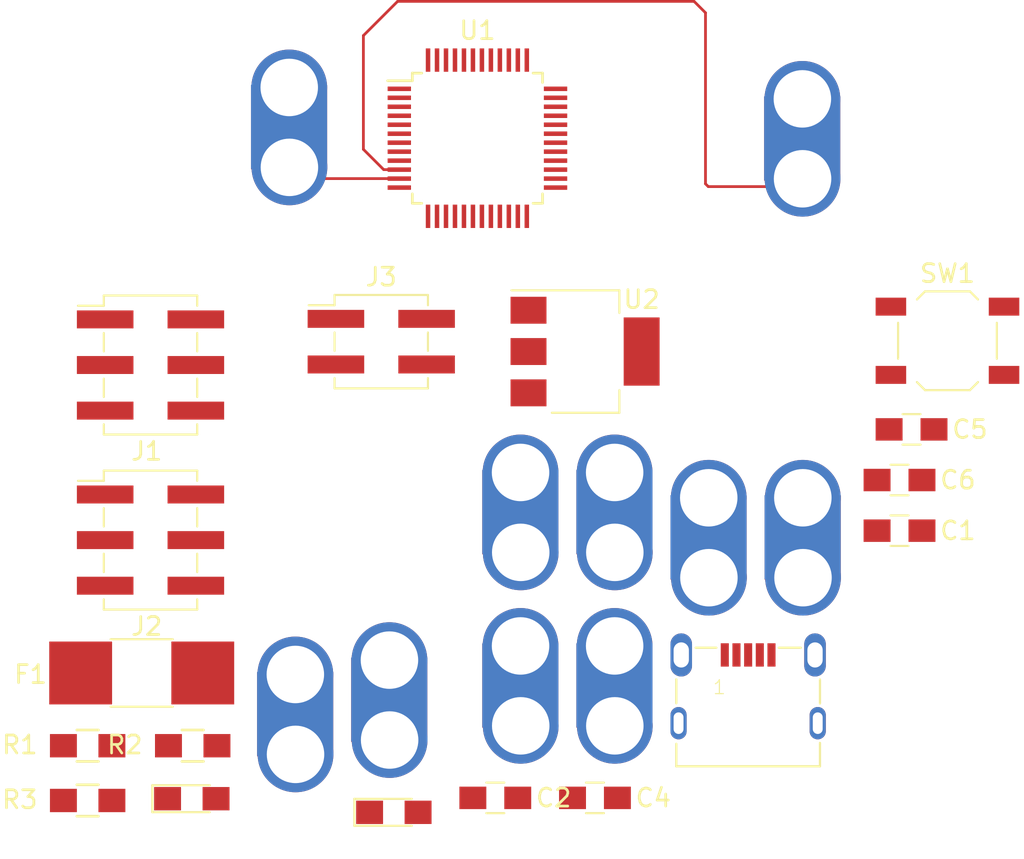
<source format=kicad_pcb>
(kicad_pcb (version 20171130) (host pcbnew 5.1.5-52549c5~84~ubuntu18.04.1)

  (general
    (thickness 1.6)
    (drawings 0)
    (tracks 11)
    (zones 0)
    (modules 28)
    (nets 49)
  )

  (page USLetter)
  (title_block
    (title "Project Title")
  )

  (layers
    (0 F.Cu signal)
    (31 B.Cu signal)
    (34 B.Paste user)
    (35 F.Paste user)
    (36 B.SilkS user)
    (37 F.SilkS user)
    (38 B.Mask user)
    (39 F.Mask user)
    (40 Dwgs.User user)
    (44 Edge.Cuts user)
    (46 B.CrtYd user)
    (47 F.CrtYd user)
    (48 B.Fab user)
    (49 F.Fab user)
  )

  (setup
    (last_trace_width 0.1524)
    (user_trace_width 0.1524)
    (user_trace_width 0.254)
    (user_trace_width 0.3302)
    (user_trace_width 0.508)
    (user_trace_width 0.762)
    (user_trace_width 1.27)
    (trace_clearance 0.254)
    (zone_clearance 0.508)
    (zone_45_only no)
    (trace_min 0.1524)
    (via_size 0.6858)
    (via_drill 0.3302)
    (via_min_size 0.6858)
    (via_min_drill 0.3302)
    (user_via 0.6858 0.3302)
    (user_via 0.762 0.4064)
    (user_via 0.8636 0.508)
    (uvia_size 0.6858)
    (uvia_drill 0.3302)
    (uvias_allowed no)
    (uvia_min_size 0)
    (uvia_min_drill 0)
    (edge_width 0.1524)
    (segment_width 0.1524)
    (pcb_text_width 0.1524)
    (pcb_text_size 1.016 1.016)
    (mod_edge_width 0.1524)
    (mod_text_size 1.016 1.016)
    (mod_text_width 0.1524)
    (pad_size 1.524 1.524)
    (pad_drill 0.762)
    (pad_to_mask_clearance 0.0762)
    (solder_mask_min_width 0.1016)
    (pad_to_paste_clearance -0.0762)
    (aux_axis_origin 0 0)
    (visible_elements FFFEDF7D)
    (pcbplotparams
      (layerselection 0x310fc_80000001)
      (usegerberextensions true)
      (usegerberattributes false)
      (usegerberadvancedattributes false)
      (creategerberjobfile false)
      (excludeedgelayer true)
      (linewidth 0.100000)
      (plotframeref false)
      (viasonmask false)
      (mode 1)
      (useauxorigin false)
      (hpglpennumber 1)
      (hpglpenspeed 20)
      (hpglpendiameter 15.000000)
      (psnegative false)
      (psa4output false)
      (plotreference true)
      (plotvalue true)
      (plotinvisibletext false)
      (padsonsilk false)
      (subtractmaskfromsilk false)
      (outputformat 1)
      (mirror false)
      (drillshape 0)
      (scaleselection 1)
      (outputdirectory "gerbers"))
  )

  (net 0 "")
  (net 1 "Net-(C1-Pad1)")
  (net 2 GND)
  (net 3 +3V3)
  (net 4 VCC)
  (net 5 "Net-(D1-Pad1)")
  (net 6 "Net-(D2-Pad1)")
  (net 7 /D8)
  (net 8 "Net-(F1-Pad2)")
  (net 9 /SCL)
  (net 10 /SDA)
  (net 11 /SCK)
  (net 12 /MISO)
  (net 13 /MOSI)
  (net 14 /CS)
  (net 15 /RX/X3)
  (net 16 /TX/X2)
  (net 17 /I2S_D1/X7)
  (net 18 /I2S_SCK)
  (net 19 /SWCLK)
  (net 20 /SWDIO)
  (net 21 /Y15)
  (net 22 /Y4)
  (net 23 /Y3)
  (net 24 "Net-(P4-Pad4)")
  (net 25 /D+)
  (net 26 /D-)
  (net 27 /Y2)
  (net 28 /Y1)
  (net 29 /Y0)
  (net 30 /Y14)
  (net 31 /Y9)
  (net 32 /Y8)
  (net 33 /Y5)
  (net 34 "Net-(R1-Pad1)")
  (net 35 "Net-(R1-Pad2)")
  (net 36 "Net-(U1-Pad41)")
  (net 37 "Net-(U1-Pad39)")
  (net 38 "Net-(U1-Pad37)")
  (net 39 "Net-(U1-Pad32)")
  (net 40 "Net-(U1-Pad31)")
  (net 41 "Net-(U1-Pad30)")
  (net 42 "Net-(U1-Pad29)")
  (net 43 "Net-(U1-Pad27)")
  (net 44 "Net-(U1-Pad26)")
  (net 45 "Net-(U1-Pad25)")
  (net 46 "Net-(U1-Pad19)")
  (net 47 "Net-(U1-Pad14)")
  (net 48 "Net-(U1-Pad13)")

  (net_class Default "This is the default net class."
    (clearance 0.254)
    (trace_width 0.254)
    (via_dia 0.6858)
    (via_drill 0.3302)
    (uvia_dia 0.6858)
    (uvia_drill 0.3302)
    (add_net +3V3)
    (add_net /CS)
    (add_net /D+)
    (add_net /D-)
    (add_net /D8)
    (add_net /I2S_D1/X7)
    (add_net /I2S_SCK)
    (add_net /MISO)
    (add_net /MOSI)
    (add_net /RX/X3)
    (add_net /SCK)
    (add_net /SCL)
    (add_net /SDA)
    (add_net /SWCLK)
    (add_net /SWDIO)
    (add_net /TX/X2)
    (add_net /Y0)
    (add_net /Y1)
    (add_net /Y14)
    (add_net /Y15)
    (add_net /Y2)
    (add_net /Y3)
    (add_net /Y4)
    (add_net /Y5)
    (add_net /Y8)
    (add_net /Y9)
    (add_net GND)
    (add_net "Net-(C1-Pad1)")
    (add_net "Net-(D1-Pad1)")
    (add_net "Net-(D2-Pad1)")
    (add_net "Net-(F1-Pad2)")
    (add_net "Net-(P4-Pad4)")
    (add_net "Net-(R1-Pad1)")
    (add_net "Net-(R1-Pad2)")
    (add_net "Net-(U1-Pad13)")
    (add_net "Net-(U1-Pad14)")
    (add_net "Net-(U1-Pad19)")
    (add_net "Net-(U1-Pad25)")
    (add_net "Net-(U1-Pad26)")
    (add_net "Net-(U1-Pad27)")
    (add_net "Net-(U1-Pad29)")
    (add_net "Net-(U1-Pad30)")
    (add_net "Net-(U1-Pad31)")
    (add_net "Net-(U1-Pad32)")
    (add_net "Net-(U1-Pad37)")
    (add_net "Net-(U1-Pad39)")
    (add_net "Net-(U1-Pad41)")
    (add_net VCC)
  )

  (module Prototipo_001:C_0805_HandSoldering (layer F.Cu) (tedit 58AA84A8) (tstamp 5E1C0FE0)
    (at 163.840001 92.340001)
    (descr "Capacitor SMD 0805, hand soldering")
    (tags "capacitor 0805")
    (path /5AFCC5C3)
    (attr smd)
    (fp_text reference C1 (at 3.25 0 -180) (layer F.SilkS)
      (effects (font (size 1 1) (thickness 0.15)))
    )
    (fp_text value 1uF (at 0 1.75) (layer F.Fab)
      (effects (font (size 1 1) (thickness 0.15)))
    )
    (fp_text user %R (at 0 -1.75) (layer F.Fab)
      (effects (font (size 1 1) (thickness 0.15)))
    )
    (fp_line (start -1 0.62) (end -1 -0.62) (layer F.Fab) (width 0.1))
    (fp_line (start 1 0.62) (end -1 0.62) (layer F.Fab) (width 0.1))
    (fp_line (start 1 -0.62) (end 1 0.62) (layer F.Fab) (width 0.1))
    (fp_line (start -1 -0.62) (end 1 -0.62) (layer F.Fab) (width 0.1))
    (fp_line (start 0.5 -0.85) (end -0.5 -0.85) (layer F.SilkS) (width 0.12))
    (fp_line (start -0.5 0.85) (end 0.5 0.85) (layer F.SilkS) (width 0.12))
    (fp_line (start -2.25 -0.88) (end 2.25 -0.88) (layer F.CrtYd) (width 0.05))
    (fp_line (start -2.25 -0.88) (end -2.25 0.87) (layer F.CrtYd) (width 0.05))
    (fp_line (start 2.25 0.87) (end 2.25 -0.88) (layer F.CrtYd) (width 0.05))
    (fp_line (start 2.25 0.87) (end -2.25 0.87) (layer F.CrtYd) (width 0.05))
    (pad 1 smd rect (at -1.25 0) (size 1.5 1.25) (layers F.Cu F.Paste F.Mask)
      (net 1 "Net-(C1-Pad1)"))
    (pad 2 smd rect (at 1.25 0) (size 1.5 1.25) (layers F.Cu F.Paste F.Mask)
      (net 2 GND))
    (model Capacitors_SMD.3dshapes/C_0805.wrl
      (at (xyz 0 0 0))
      (scale (xyz 1 1 1))
      (rotate (xyz 0 0 0))
    )
  )

  (module Prototipo_001:C_0805_HandSoldering (layer F.Cu) (tedit 58AA84A8) (tstamp 5E1C0FF1)
    (at 141.330001 107.220001)
    (descr "Capacitor SMD 0805, hand soldering")
    (tags "capacitor 0805")
    (path /5AFCCE9C)
    (attr smd)
    (fp_text reference C2 (at 3.25 0 -180) (layer F.SilkS)
      (effects (font (size 1 1) (thickness 0.15)))
    )
    (fp_text value 0.1uF (at 0 1.75) (layer F.Fab)
      (effects (font (size 1 1) (thickness 0.15)))
    )
    (fp_line (start 2.25 0.87) (end -2.25 0.87) (layer F.CrtYd) (width 0.05))
    (fp_line (start 2.25 0.87) (end 2.25 -0.88) (layer F.CrtYd) (width 0.05))
    (fp_line (start -2.25 -0.88) (end -2.25 0.87) (layer F.CrtYd) (width 0.05))
    (fp_line (start -2.25 -0.88) (end 2.25 -0.88) (layer F.CrtYd) (width 0.05))
    (fp_line (start -0.5 0.85) (end 0.5 0.85) (layer F.SilkS) (width 0.12))
    (fp_line (start 0.5 -0.85) (end -0.5 -0.85) (layer F.SilkS) (width 0.12))
    (fp_line (start -1 -0.62) (end 1 -0.62) (layer F.Fab) (width 0.1))
    (fp_line (start 1 -0.62) (end 1 0.62) (layer F.Fab) (width 0.1))
    (fp_line (start 1 0.62) (end -1 0.62) (layer F.Fab) (width 0.1))
    (fp_line (start -1 0.62) (end -1 -0.62) (layer F.Fab) (width 0.1))
    (fp_text user %R (at 0 -1.75) (layer F.Fab)
      (effects (font (size 1 1) (thickness 0.15)))
    )
    (pad 2 smd rect (at 1.25 0) (size 1.5 1.25) (layers F.Cu F.Paste F.Mask)
      (net 2 GND))
    (pad 1 smd rect (at -1.25 0) (size 1.5 1.25) (layers F.Cu F.Paste F.Mask)
      (net 3 +3V3))
    (model Capacitors_SMD.3dshapes/C_0805.wrl
      (at (xyz 0 0 0))
      (scale (xyz 1 1 1))
      (rotate (xyz 0 0 0))
    )
  )

  (module Prototipo_001:C_0805_HandSoldering (layer F.Cu) (tedit 58AA84A8) (tstamp 5E1C1002)
    (at 146.880001 107.220001)
    (descr "Capacitor SMD 0805, hand soldering")
    (tags "capacitor 0805")
    (path /5AD98E8E)
    (attr smd)
    (fp_text reference C4 (at 3.25 0 -180) (layer F.SilkS)
      (effects (font (size 1 1) (thickness 0.15)))
    )
    (fp_text value 10uF (at 0 1.75) (layer F.Fab)
      (effects (font (size 1 1) (thickness 0.15)))
    )
    (fp_line (start 2.25 0.87) (end -2.25 0.87) (layer F.CrtYd) (width 0.05))
    (fp_line (start 2.25 0.87) (end 2.25 -0.88) (layer F.CrtYd) (width 0.05))
    (fp_line (start -2.25 -0.88) (end -2.25 0.87) (layer F.CrtYd) (width 0.05))
    (fp_line (start -2.25 -0.88) (end 2.25 -0.88) (layer F.CrtYd) (width 0.05))
    (fp_line (start -0.5 0.85) (end 0.5 0.85) (layer F.SilkS) (width 0.12))
    (fp_line (start 0.5 -0.85) (end -0.5 -0.85) (layer F.SilkS) (width 0.12))
    (fp_line (start -1 -0.62) (end 1 -0.62) (layer F.Fab) (width 0.1))
    (fp_line (start 1 -0.62) (end 1 0.62) (layer F.Fab) (width 0.1))
    (fp_line (start 1 0.62) (end -1 0.62) (layer F.Fab) (width 0.1))
    (fp_line (start -1 0.62) (end -1 -0.62) (layer F.Fab) (width 0.1))
    (fp_text user %R (at 0 -1.75) (layer F.Fab)
      (effects (font (size 1 1) (thickness 0.15)))
    )
    (pad 2 smd rect (at 1.25 0) (size 1.5 1.25) (layers F.Cu F.Paste F.Mask)
      (net 2 GND))
    (pad 1 smd rect (at -1.25 0) (size 1.5 1.25) (layers F.Cu F.Paste F.Mask)
      (net 4 VCC))
    (model Capacitors_SMD.3dshapes/C_0805.wrl
      (at (xyz 0 0 0))
      (scale (xyz 1 1 1))
      (rotate (xyz 0 0 0))
    )
  )

  (module Prototipo_001:C_0805_HandSoldering (layer F.Cu) (tedit 58AA84A8) (tstamp 5E1C1013)
    (at 164.510001 86.700001)
    (descr "Capacitor SMD 0805, hand soldering")
    (tags "capacitor 0805")
    (path /5AD98EFB)
    (attr smd)
    (fp_text reference C5 (at 3.25 0 -180) (layer F.SilkS)
      (effects (font (size 1 1) (thickness 0.15)))
    )
    (fp_text value 0.1uF (at 0 1.75) (layer F.Fab)
      (effects (font (size 1 1) (thickness 0.15)))
    )
    (fp_text user %R (at 0 -1.75) (layer F.Fab)
      (effects (font (size 1 1) (thickness 0.15)))
    )
    (fp_line (start -1 0.62) (end -1 -0.62) (layer F.Fab) (width 0.1))
    (fp_line (start 1 0.62) (end -1 0.62) (layer F.Fab) (width 0.1))
    (fp_line (start 1 -0.62) (end 1 0.62) (layer F.Fab) (width 0.1))
    (fp_line (start -1 -0.62) (end 1 -0.62) (layer F.Fab) (width 0.1))
    (fp_line (start 0.5 -0.85) (end -0.5 -0.85) (layer F.SilkS) (width 0.12))
    (fp_line (start -0.5 0.85) (end 0.5 0.85) (layer F.SilkS) (width 0.12))
    (fp_line (start -2.25 -0.88) (end 2.25 -0.88) (layer F.CrtYd) (width 0.05))
    (fp_line (start -2.25 -0.88) (end -2.25 0.87) (layer F.CrtYd) (width 0.05))
    (fp_line (start 2.25 0.87) (end 2.25 -0.88) (layer F.CrtYd) (width 0.05))
    (fp_line (start 2.25 0.87) (end -2.25 0.87) (layer F.CrtYd) (width 0.05))
    (pad 1 smd rect (at -1.25 0) (size 1.5 1.25) (layers F.Cu F.Paste F.Mask)
      (net 3 +3V3))
    (pad 2 smd rect (at 1.25 0) (size 1.5 1.25) (layers F.Cu F.Paste F.Mask)
      (net 2 GND))
    (model Capacitors_SMD.3dshapes/C_0805.wrl
      (at (xyz 0 0 0))
      (scale (xyz 1 1 1))
      (rotate (xyz 0 0 0))
    )
  )

  (module Prototipo_001:C_0805_HandSoldering (layer F.Cu) (tedit 58AA84A8) (tstamp 5E1C1024)
    (at 163.840001 89.520001)
    (descr "Capacitor SMD 0805, hand soldering")
    (tags "capacitor 0805")
    (path /5AD98F7F)
    (attr smd)
    (fp_text reference C6 (at 3.25 0 -180) (layer F.SilkS)
      (effects (font (size 1 1) (thickness 0.15)))
    )
    (fp_text value 10uF (at 0 1.75) (layer F.Fab)
      (effects (font (size 1 1) (thickness 0.15)))
    )
    (fp_line (start 2.25 0.87) (end -2.25 0.87) (layer F.CrtYd) (width 0.05))
    (fp_line (start 2.25 0.87) (end 2.25 -0.88) (layer F.CrtYd) (width 0.05))
    (fp_line (start -2.25 -0.88) (end -2.25 0.87) (layer F.CrtYd) (width 0.05))
    (fp_line (start -2.25 -0.88) (end 2.25 -0.88) (layer F.CrtYd) (width 0.05))
    (fp_line (start -0.5 0.85) (end 0.5 0.85) (layer F.SilkS) (width 0.12))
    (fp_line (start 0.5 -0.85) (end -0.5 -0.85) (layer F.SilkS) (width 0.12))
    (fp_line (start -1 -0.62) (end 1 -0.62) (layer F.Fab) (width 0.1))
    (fp_line (start 1 -0.62) (end 1 0.62) (layer F.Fab) (width 0.1))
    (fp_line (start 1 0.62) (end -1 0.62) (layer F.Fab) (width 0.1))
    (fp_line (start -1 0.62) (end -1 -0.62) (layer F.Fab) (width 0.1))
    (fp_text user %R (at 0 -1.75) (layer F.Fab)
      (effects (font (size 1 1) (thickness 0.15)))
    )
    (pad 2 smd rect (at 1.25 0) (size 1.5 1.25) (layers F.Cu F.Paste F.Mask)
      (net 2 GND))
    (pad 1 smd rect (at -1.25 0) (size 1.5 1.25) (layers F.Cu F.Paste F.Mask)
      (net 3 +3V3))
    (model Capacitors_SMD.3dshapes/C_0805.wrl
      (at (xyz 0 0 0))
      (scale (xyz 1 1 1))
      (rotate (xyz 0 0 0))
    )
  )

  (module Prototipo_001:LED_0805_HandSoldering (layer F.Cu) (tedit 5B1DDCF0) (tstamp 5E1C1039)
    (at 135.680001 108.025001)
    (descr "Resistor SMD 0805, hand soldering")
    (tags "resistor 0805")
    (path /5AD9907D)
    (attr smd)
    (fp_text reference D1 (at 0 -1.7) (layer F.Fab)
      (effects (font (size 1 1) (thickness 0.15)))
    )
    (fp_text value POWER (at 0 1.75) (layer F.Fab)
      (effects (font (size 1 1) (thickness 0.15)))
    )
    (fp_line (start -2.2 -0.75) (end -2.2 0.75) (layer F.SilkS) (width 0.12))
    (fp_line (start 2.35 0.9) (end -2.35 0.9) (layer F.CrtYd) (width 0.05))
    (fp_line (start 2.35 0.9) (end 2.35 -0.9) (layer F.CrtYd) (width 0.05))
    (fp_line (start -2.35 -0.9) (end -2.35 0.9) (layer F.CrtYd) (width 0.05))
    (fp_line (start -2.35 -0.9) (end 2.35 -0.9) (layer F.CrtYd) (width 0.05))
    (fp_line (start -2.2 -0.75) (end 1 -0.75) (layer F.SilkS) (width 0.12))
    (fp_line (start 1 0.75) (end -2.2 0.75) (layer F.SilkS) (width 0.12))
    (fp_line (start -1 -0.62) (end 1 -0.62) (layer F.Fab) (width 0.1))
    (fp_line (start 1 -0.62) (end 1 0.62) (layer F.Fab) (width 0.1))
    (fp_line (start 1 0.62) (end -1 0.62) (layer F.Fab) (width 0.1))
    (fp_line (start -1 0.62) (end -1 -0.62) (layer F.Fab) (width 0.1))
    (fp_line (start 0.2 -0.4) (end 0.2 0.4) (layer F.Fab) (width 0.1))
    (fp_line (start 0.2 0.4) (end -0.4 0) (layer F.Fab) (width 0.1))
    (fp_line (start -0.4 0) (end 0.2 -0.4) (layer F.Fab) (width 0.1))
    (fp_line (start -0.4 -0.4) (end -0.4 0.4) (layer F.Fab) (width 0.1))
    (pad 2 smd rect (at 1.35 0) (size 1.5 1.3) (layers F.Cu F.Paste F.Mask)
      (net 3 +3V3))
    (pad 1 smd rect (at -1.35 0) (size 1.5 1.3) (layers F.Cu F.Paste F.Mask)
      (net 5 "Net-(D1-Pad1)"))
    (model ${KISYS3DMOD}/LEDs.3dshapes/LED_0805.wrl
      (at (xyz 0 0 0))
      (scale (xyz 1 1 1))
      (rotate (xyz 0 0 0))
    )
  )

  (module Prototipo_001:LED_0805_HandSoldering (layer F.Cu) (tedit 5B1DDCF0) (tstamp 5E1C104E)
    (at 124.430001 107.265001)
    (descr "Resistor SMD 0805, hand soldering")
    (tags "resistor 0805")
    (path /5AD99995)
    (attr smd)
    (fp_text reference D2 (at 0 -1.7) (layer F.Fab)
      (effects (font (size 1 1) (thickness 0.15)))
    )
    (fp_text value LED (at 0 1.75) (layer F.Fab)
      (effects (font (size 1 1) (thickness 0.15)))
    )
    (fp_line (start -0.4 -0.4) (end -0.4 0.4) (layer F.Fab) (width 0.1))
    (fp_line (start -0.4 0) (end 0.2 -0.4) (layer F.Fab) (width 0.1))
    (fp_line (start 0.2 0.4) (end -0.4 0) (layer F.Fab) (width 0.1))
    (fp_line (start 0.2 -0.4) (end 0.2 0.4) (layer F.Fab) (width 0.1))
    (fp_line (start -1 0.62) (end -1 -0.62) (layer F.Fab) (width 0.1))
    (fp_line (start 1 0.62) (end -1 0.62) (layer F.Fab) (width 0.1))
    (fp_line (start 1 -0.62) (end 1 0.62) (layer F.Fab) (width 0.1))
    (fp_line (start -1 -0.62) (end 1 -0.62) (layer F.Fab) (width 0.1))
    (fp_line (start 1 0.75) (end -2.2 0.75) (layer F.SilkS) (width 0.12))
    (fp_line (start -2.2 -0.75) (end 1 -0.75) (layer F.SilkS) (width 0.12))
    (fp_line (start -2.35 -0.9) (end 2.35 -0.9) (layer F.CrtYd) (width 0.05))
    (fp_line (start -2.35 -0.9) (end -2.35 0.9) (layer F.CrtYd) (width 0.05))
    (fp_line (start 2.35 0.9) (end 2.35 -0.9) (layer F.CrtYd) (width 0.05))
    (fp_line (start 2.35 0.9) (end -2.35 0.9) (layer F.CrtYd) (width 0.05))
    (fp_line (start -2.2 -0.75) (end -2.2 0.75) (layer F.SilkS) (width 0.12))
    (pad 1 smd rect (at -1.35 0) (size 1.5 1.3) (layers F.Cu F.Paste F.Mask)
      (net 6 "Net-(D2-Pad1)"))
    (pad 2 smd rect (at 1.35 0) (size 1.5 1.3) (layers F.Cu F.Paste F.Mask)
      (net 7 /D8))
    (model ${KISYS3DMOD}/LEDs.3dshapes/LED_0805.wrl
      (at (xyz 0 0 0))
      (scale (xyz 1 1 1))
      (rotate (xyz 0 0 0))
    )
  )

  (module Prototipo_001:R_1812_HandSoldering (layer F.Cu) (tedit 58E0A804) (tstamp 5E1C105F)
    (at 121.640001 100.265001)
    (descr "Resistor SMD 1812, hand soldering, Panasonic (see ERJ12)")
    (tags "resistor 1812")
    (path /5AFD1CE2)
    (attr smd)
    (fp_text reference F1 (at -6.19 0.08) (layer F.SilkS)
      (effects (font (size 1 1) (thickness 0.15)))
    )
    (fp_text value 0.5A (at -3.89 -2.69) (layer F.Fab)
      (effects (font (size 1 1) (thickness 0.15)))
    )
    (fp_line (start 5.4 2) (end -5.41 2) (layer F.CrtYd) (width 0.05))
    (fp_line (start 5.4 2) (end 5.4 -2) (layer F.CrtYd) (width 0.05))
    (fp_line (start -5.41 -2) (end -5.41 2) (layer F.CrtYd) (width 0.05))
    (fp_line (start -5.41 -2) (end 5.4 -2) (layer F.CrtYd) (width 0.05))
    (fp_line (start -1.73 -1.88) (end 1.73 -1.88) (layer F.SilkS) (width 0.12))
    (fp_line (start -1.73 1.88) (end 1.73 1.88) (layer F.SilkS) (width 0.12))
    (fp_line (start -2.25 -1.6) (end 2.25 -1.6) (layer F.Fab) (width 0.1))
    (fp_line (start 2.25 -1.6) (end 2.25 1.6) (layer F.Fab) (width 0.1))
    (fp_line (start 2.25 1.6) (end -2.25 1.6) (layer F.Fab) (width 0.1))
    (fp_line (start -2.25 1.6) (end -2.25 -1.6) (layer F.Fab) (width 0.1))
    (fp_text user %R (at 0.255732 0.26) (layer F.Fab)
      (effects (font (size 1 1) (thickness 0.15)))
    )
    (pad 2 smd rect (at 3.4 0) (size 3.5 3.5) (layers F.Cu F.Paste F.Mask)
      (net 8 "Net-(F1-Pad2)"))
    (pad 1 smd rect (at -3.4 0) (size 3.5 3.5) (layers F.Cu F.Paste F.Mask)
      (net 4 VCC))
    (model ${KISYS3DMOD}/Resistors_SMD.3dshapes/R_1812.wrl
      (at (xyz 0 0 0))
      (scale (xyz 1 1 1))
      (rotate (xyz 0 0 0))
    )
  )

  (module Prototipo_001:Pin_Header_Straight_2x03_Pitch2.54mm_SMD (layer F.Cu) (tedit 59650532) (tstamp 5E1C1090)
    (at 122.130001 83.115001)
    (descr "surface-mounted straight pin header, 2x03, 2.54mm pitch, double rows")
    (tags "Surface mounted pin header SMD 2x03 2.54mm double row")
    (path /5B57970D)
    (attr smd)
    (fp_text reference J1 (at -0.21 4.8) (layer F.SilkS)
      (effects (font (size 1 1) (thickness 0.15)))
    )
    (fp_text value Backpack1 (at 0 4.87) (layer F.Fab)
      (effects (font (size 1 1) (thickness 0.15)))
    )
    (fp_text user %R (at 0 0 90) (layer F.Fab)
      (effects (font (size 1 1) (thickness 0.15)))
    )
    (fp_line (start 5.9 -4.35) (end -5.9 -4.35) (layer F.CrtYd) (width 0.05))
    (fp_line (start 5.9 4.35) (end 5.9 -4.35) (layer F.CrtYd) (width 0.05))
    (fp_line (start -5.9 4.35) (end 5.9 4.35) (layer F.CrtYd) (width 0.05))
    (fp_line (start -5.9 -4.35) (end -5.9 4.35) (layer F.CrtYd) (width 0.05))
    (fp_line (start 2.6 0.76) (end 2.6 1.78) (layer F.SilkS) (width 0.12))
    (fp_line (start -2.6 0.76) (end -2.6 1.78) (layer F.SilkS) (width 0.12))
    (fp_line (start 2.6 -1.78) (end 2.6 -0.76) (layer F.SilkS) (width 0.12))
    (fp_line (start -2.6 -1.78) (end -2.6 -0.76) (layer F.SilkS) (width 0.12))
    (fp_line (start 2.6 3.3) (end 2.6 3.87) (layer F.SilkS) (width 0.12))
    (fp_line (start -2.6 3.3) (end -2.6 3.87) (layer F.SilkS) (width 0.12))
    (fp_line (start 2.6 -3.87) (end 2.6 -3.3) (layer F.SilkS) (width 0.12))
    (fp_line (start -2.6 -3.87) (end -2.6 -3.3) (layer F.SilkS) (width 0.12))
    (fp_line (start -4.04 -3.3) (end -2.6 -3.3) (layer F.SilkS) (width 0.12))
    (fp_line (start -2.6 3.87) (end 2.6 3.87) (layer F.SilkS) (width 0.12))
    (fp_line (start -2.6 -3.87) (end 2.6 -3.87) (layer F.SilkS) (width 0.12))
    (fp_line (start 3.6 2.86) (end 2.54 2.86) (layer F.Fab) (width 0.1))
    (fp_line (start 3.6 2.22) (end 3.6 2.86) (layer F.Fab) (width 0.1))
    (fp_line (start 2.54 2.22) (end 3.6 2.22) (layer F.Fab) (width 0.1))
    (fp_line (start -3.6 2.86) (end -2.54 2.86) (layer F.Fab) (width 0.1))
    (fp_line (start -3.6 2.22) (end -3.6 2.86) (layer F.Fab) (width 0.1))
    (fp_line (start -2.54 2.22) (end -3.6 2.22) (layer F.Fab) (width 0.1))
    (fp_line (start 3.6 0.32) (end 2.54 0.32) (layer F.Fab) (width 0.1))
    (fp_line (start 3.6 -0.32) (end 3.6 0.32) (layer F.Fab) (width 0.1))
    (fp_line (start 2.54 -0.32) (end 3.6 -0.32) (layer F.Fab) (width 0.1))
    (fp_line (start -3.6 0.32) (end -2.54 0.32) (layer F.Fab) (width 0.1))
    (fp_line (start -3.6 -0.32) (end -3.6 0.32) (layer F.Fab) (width 0.1))
    (fp_line (start -2.54 -0.32) (end -3.6 -0.32) (layer F.Fab) (width 0.1))
    (fp_line (start 3.6 -2.22) (end 2.54 -2.22) (layer F.Fab) (width 0.1))
    (fp_line (start 3.6 -2.86) (end 3.6 -2.22) (layer F.Fab) (width 0.1))
    (fp_line (start 2.54 -2.86) (end 3.6 -2.86) (layer F.Fab) (width 0.1))
    (fp_line (start -3.6 -2.22) (end -2.54 -2.22) (layer F.Fab) (width 0.1))
    (fp_line (start -3.6 -2.86) (end -3.6 -2.22) (layer F.Fab) (width 0.1))
    (fp_line (start -2.54 -2.86) (end -3.6 -2.86) (layer F.Fab) (width 0.1))
    (fp_line (start 2.54 -3.81) (end 2.54 3.81) (layer F.Fab) (width 0.1))
    (fp_line (start -2.54 -2.86) (end -1.59 -3.81) (layer F.Fab) (width 0.1))
    (fp_line (start -2.54 3.81) (end -2.54 -2.86) (layer F.Fab) (width 0.1))
    (fp_line (start -1.59 -3.81) (end 2.54 -3.81) (layer F.Fab) (width 0.1))
    (fp_line (start 2.54 3.81) (end -2.54 3.81) (layer F.Fab) (width 0.1))
    (pad 6 smd rect (at 2.525 2.54) (size 3.15 1) (layers F.Cu F.Paste F.Mask)
      (net 4 VCC))
    (pad 5 smd rect (at -2.525 2.54) (size 3.15 1) (layers F.Cu F.Paste F.Mask)
      (net 9 /SCL))
    (pad 4 smd rect (at 2.525 0) (size 3.15 1) (layers F.Cu F.Paste F.Mask)
      (net 10 /SDA))
    (pad 3 smd rect (at -2.525 0) (size 3.15 1) (layers F.Cu F.Paste F.Mask)
      (net 11 /SCK))
    (pad 2 smd rect (at 2.525 -2.54) (size 3.15 1) (layers F.Cu F.Paste F.Mask)
      (net 12 /MISO))
    (pad 1 smd rect (at -2.525 -2.54) (size 3.15 1) (layers F.Cu F.Paste F.Mask)
      (net 13 /MOSI))
    (model ${KISYS3DMOD}/Pin_Headers.3dshapes/Pin_Header_Straight_2x03_Pitch2.54mm_SMD.wrl
      (at (xyz 0 0 0))
      (scale (xyz 1 1 1))
      (rotate (xyz 0 0 0))
    )
  )

  (module Prototipo_001:Pin_Header_Straight_2x03_Pitch2.54mm_SMD (layer F.Cu) (tedit 59650532) (tstamp 5E1C10C1)
    (at 122.130001 92.865001)
    (descr "surface-mounted straight pin header, 2x03, 2.54mm pitch, double rows")
    (tags "Surface mounted pin header SMD 2x03 2.54mm double row")
    (path /5B57974D)
    (attr smd)
    (fp_text reference J2 (at -0.21 4.8) (layer F.SilkS)
      (effects (font (size 1 1) (thickness 0.15)))
    )
    (fp_text value Backpack2 (at 0 4.87) (layer F.Fab)
      (effects (font (size 1 1) (thickness 0.15)))
    )
    (fp_line (start 2.54 3.81) (end -2.54 3.81) (layer F.Fab) (width 0.1))
    (fp_line (start -1.59 -3.81) (end 2.54 -3.81) (layer F.Fab) (width 0.1))
    (fp_line (start -2.54 3.81) (end -2.54 -2.86) (layer F.Fab) (width 0.1))
    (fp_line (start -2.54 -2.86) (end -1.59 -3.81) (layer F.Fab) (width 0.1))
    (fp_line (start 2.54 -3.81) (end 2.54 3.81) (layer F.Fab) (width 0.1))
    (fp_line (start -2.54 -2.86) (end -3.6 -2.86) (layer F.Fab) (width 0.1))
    (fp_line (start -3.6 -2.86) (end -3.6 -2.22) (layer F.Fab) (width 0.1))
    (fp_line (start -3.6 -2.22) (end -2.54 -2.22) (layer F.Fab) (width 0.1))
    (fp_line (start 2.54 -2.86) (end 3.6 -2.86) (layer F.Fab) (width 0.1))
    (fp_line (start 3.6 -2.86) (end 3.6 -2.22) (layer F.Fab) (width 0.1))
    (fp_line (start 3.6 -2.22) (end 2.54 -2.22) (layer F.Fab) (width 0.1))
    (fp_line (start -2.54 -0.32) (end -3.6 -0.32) (layer F.Fab) (width 0.1))
    (fp_line (start -3.6 -0.32) (end -3.6 0.32) (layer F.Fab) (width 0.1))
    (fp_line (start -3.6 0.32) (end -2.54 0.32) (layer F.Fab) (width 0.1))
    (fp_line (start 2.54 -0.32) (end 3.6 -0.32) (layer F.Fab) (width 0.1))
    (fp_line (start 3.6 -0.32) (end 3.6 0.32) (layer F.Fab) (width 0.1))
    (fp_line (start 3.6 0.32) (end 2.54 0.32) (layer F.Fab) (width 0.1))
    (fp_line (start -2.54 2.22) (end -3.6 2.22) (layer F.Fab) (width 0.1))
    (fp_line (start -3.6 2.22) (end -3.6 2.86) (layer F.Fab) (width 0.1))
    (fp_line (start -3.6 2.86) (end -2.54 2.86) (layer F.Fab) (width 0.1))
    (fp_line (start 2.54 2.22) (end 3.6 2.22) (layer F.Fab) (width 0.1))
    (fp_line (start 3.6 2.22) (end 3.6 2.86) (layer F.Fab) (width 0.1))
    (fp_line (start 3.6 2.86) (end 2.54 2.86) (layer F.Fab) (width 0.1))
    (fp_line (start -2.6 -3.87) (end 2.6 -3.87) (layer F.SilkS) (width 0.12))
    (fp_line (start -2.6 3.87) (end 2.6 3.87) (layer F.SilkS) (width 0.12))
    (fp_line (start -4.04 -3.3) (end -2.6 -3.3) (layer F.SilkS) (width 0.12))
    (fp_line (start -2.6 -3.87) (end -2.6 -3.3) (layer F.SilkS) (width 0.12))
    (fp_line (start 2.6 -3.87) (end 2.6 -3.3) (layer F.SilkS) (width 0.12))
    (fp_line (start -2.6 3.3) (end -2.6 3.87) (layer F.SilkS) (width 0.12))
    (fp_line (start 2.6 3.3) (end 2.6 3.87) (layer F.SilkS) (width 0.12))
    (fp_line (start -2.6 -1.78) (end -2.6 -0.76) (layer F.SilkS) (width 0.12))
    (fp_line (start 2.6 -1.78) (end 2.6 -0.76) (layer F.SilkS) (width 0.12))
    (fp_line (start -2.6 0.76) (end -2.6 1.78) (layer F.SilkS) (width 0.12))
    (fp_line (start 2.6 0.76) (end 2.6 1.78) (layer F.SilkS) (width 0.12))
    (fp_line (start -5.9 -4.35) (end -5.9 4.35) (layer F.CrtYd) (width 0.05))
    (fp_line (start -5.9 4.35) (end 5.9 4.35) (layer F.CrtYd) (width 0.05))
    (fp_line (start 5.9 4.35) (end 5.9 -4.35) (layer F.CrtYd) (width 0.05))
    (fp_line (start 5.9 -4.35) (end -5.9 -4.35) (layer F.CrtYd) (width 0.05))
    (fp_text user %R (at 0 0 90) (layer F.Fab)
      (effects (font (size 1 1) (thickness 0.15)))
    )
    (pad 1 smd rect (at -2.525 -2.54) (size 3.15 1) (layers F.Cu F.Paste F.Mask)
      (net 2 GND))
    (pad 2 smd rect (at 2.525 -2.54) (size 3.15 1) (layers F.Cu F.Paste F.Mask)
      (net 14 /CS))
    (pad 3 smd rect (at -2.525 0) (size 3.15 1) (layers F.Cu F.Paste F.Mask)
      (net 15 /RX/X3))
    (pad 4 smd rect (at 2.525 0) (size 3.15 1) (layers F.Cu F.Paste F.Mask)
      (net 16 /TX/X2))
    (pad 5 smd rect (at -2.525 2.54) (size 3.15 1) (layers F.Cu F.Paste F.Mask)
      (net 17 /I2S_D1/X7))
    (pad 6 smd rect (at 2.525 2.54) (size 3.15 1) (layers F.Cu F.Paste F.Mask)
      (net 18 /I2S_SCK))
    (model ${KISYS3DMOD}/Pin_Headers.3dshapes/Pin_Header_Straight_2x03_Pitch2.54mm_SMD.wrl
      (at (xyz 0 0 0))
      (scale (xyz 1 1 1))
      (rotate (xyz 0 0 0))
    )
  )

  (module Prototipo_001:Pin_Header_Straight_2x02_Pitch2.54mm_SMD (layer F.Cu) (tedit 59650532) (tstamp 5E1C10E8)
    (at 134.980001 81.815001)
    (descr "surface-mounted straight pin header, 2x02, 2.54mm pitch, double rows")
    (tags "Surface mounted pin header SMD 2x02 2.54mm double row")
    (path /5B590A39)
    (attr smd)
    (fp_text reference J3 (at 0 -3.6) (layer F.SilkS)
      (effects (font (size 1 1) (thickness 0.15)))
    )
    (fp_text value SWD (at 0 3.6) (layer F.Fab)
      (effects (font (size 1 1) (thickness 0.15)))
    )
    (fp_text user %R (at 0 0 -270) (layer F.Fab)
      (effects (font (size 1 1) (thickness 0.15)))
    )
    (fp_line (start 5.9 -3.05) (end -5.9 -3.05) (layer F.CrtYd) (width 0.05))
    (fp_line (start 5.9 3.05) (end 5.9 -3.05) (layer F.CrtYd) (width 0.05))
    (fp_line (start -5.9 3.05) (end 5.9 3.05) (layer F.CrtYd) (width 0.05))
    (fp_line (start -5.9 -3.05) (end -5.9 3.05) (layer F.CrtYd) (width 0.05))
    (fp_line (start 2.6 -0.51) (end 2.6 0.51) (layer F.SilkS) (width 0.12))
    (fp_line (start -2.6 -0.51) (end -2.6 0.51) (layer F.SilkS) (width 0.12))
    (fp_line (start 2.6 2.03) (end 2.6 2.6) (layer F.SilkS) (width 0.12))
    (fp_line (start -2.6 2.03) (end -2.6 2.6) (layer F.SilkS) (width 0.12))
    (fp_line (start 2.6 -2.6) (end 2.6 -2.03) (layer F.SilkS) (width 0.12))
    (fp_line (start -2.6 -2.6) (end -2.6 -2.03) (layer F.SilkS) (width 0.12))
    (fp_line (start -4.04 -2.03) (end -2.6 -2.03) (layer F.SilkS) (width 0.12))
    (fp_line (start -2.6 2.6) (end 2.6 2.6) (layer F.SilkS) (width 0.12))
    (fp_line (start -2.6 -2.6) (end 2.6 -2.6) (layer F.SilkS) (width 0.12))
    (fp_line (start 3.6 1.59) (end 2.54 1.59) (layer F.Fab) (width 0.1))
    (fp_line (start 3.6 0.95) (end 3.6 1.59) (layer F.Fab) (width 0.1))
    (fp_line (start 2.54 0.95) (end 3.6 0.95) (layer F.Fab) (width 0.1))
    (fp_line (start -3.6 1.59) (end -2.54 1.59) (layer F.Fab) (width 0.1))
    (fp_line (start -3.6 0.95) (end -3.6 1.59) (layer F.Fab) (width 0.1))
    (fp_line (start -2.54 0.95) (end -3.6 0.95) (layer F.Fab) (width 0.1))
    (fp_line (start 3.6 -0.95) (end 2.54 -0.95) (layer F.Fab) (width 0.1))
    (fp_line (start 3.6 -1.59) (end 3.6 -0.95) (layer F.Fab) (width 0.1))
    (fp_line (start 2.54 -1.59) (end 3.6 -1.59) (layer F.Fab) (width 0.1))
    (fp_line (start -3.6 -0.95) (end -2.54 -0.95) (layer F.Fab) (width 0.1))
    (fp_line (start -3.6 -1.59) (end -3.6 -0.95) (layer F.Fab) (width 0.1))
    (fp_line (start -2.54 -1.59) (end -3.6 -1.59) (layer F.Fab) (width 0.1))
    (fp_line (start 2.54 -2.54) (end 2.54 2.54) (layer F.Fab) (width 0.1))
    (fp_line (start -2.54 -1.59) (end -1.59 -2.54) (layer F.Fab) (width 0.1))
    (fp_line (start -2.54 2.54) (end -2.54 -1.59) (layer F.Fab) (width 0.1))
    (fp_line (start -1.59 -2.54) (end 2.54 -2.54) (layer F.Fab) (width 0.1))
    (fp_line (start 2.54 2.54) (end -2.54 2.54) (layer F.Fab) (width 0.1))
    (pad 4 smd rect (at 2.525 1.27) (size 3.15 1) (layers F.Cu F.Paste F.Mask)
      (net 2 GND))
    (pad 3 smd rect (at -2.525 1.27) (size 3.15 1) (layers F.Cu F.Paste F.Mask)
      (net 19 /SWCLK))
    (pad 2 smd rect (at 2.525 -1.27) (size 3.15 1) (layers F.Cu F.Paste F.Mask)
      (net 3 +3V3))
    (pad 1 smd rect (at -2.525 -1.27) (size 3.15 1) (layers F.Cu F.Paste F.Mask)
      (net 20 /SWDIO))
    (model ${KISYS3DMOD}/Pin_Headers.3dshapes/Pin_Header_Straight_2x02_Pitch2.54mm_SMD.wrl
      (at (xyz 0 0 0))
      (scale (xyz 1 1 1))
      (rotate (xyz 0 0 0))
    )
  )

  (module Prototipo_001:Caiman_Conn (layer F.Cu) (tedit 5E1A8B39) (tstamp 5E1C10F0)
    (at 143.0552 91.289014)
    (descr "Caiman Connector")
    (path /5AFCFBD5)
    (fp_text reference P1 (at 0.2794 -5.6388 180) (layer F.Fab) hide
      (effects (font (size 1.524 1.524) (thickness 0.15)))
    )
    (fp_text value SPACE (at 0.0762 6.5786 180) (layer F.Fab)
      (effects (font (size 1.524 1.524) (thickness 0.15)))
    )
    (pad "" smd rect (at -0.3302 0) (size 4.24 4.68) (layers B.Cu B.Mask))
    (pad 1 thru_hole circle (at -0.309654 2.258986 180) (size 4.216 4.216) (drill 3.2) (layers *.Cu *.Mask)
      (net 21 /Y15))
    (pad 1 thru_hole circle (at -0.319654 -2.191014) (size 4.216 4.216) (drill 3.2) (layers *.Cu *.Mask)
      (net 21 /Y15))
    (pad "" smd rect (at -0.3302 0.0254) (size 4.24 4.68) (layers F.Cu F.Mask))
  )

  (module Prototipo_001:Caiman_Conn (layer F.Cu) (tedit 5E1A8B39) (tstamp 5E1C10F8)
    (at 130.175 69.85)
    (descr "Caiman Connector")
    (path /5AD9836F)
    (fp_text reference P2 (at 0.2794 -5.6388 180) (layer F.Fab) hide
      (effects (font (size 1.524 1.524) (thickness 0.15)))
    )
    (fp_text value KEY_DOWN_ARROW (at 0.0762 6.5786 180) (layer F.Fab)
      (effects (font (size 1.524 1.524) (thickness 0.15)))
    )
    (pad "" smd rect (at -0.3302 0) (size 4.24 4.68) (layers B.Cu B.Mask))
    (pad 1 thru_hole circle (at -0.309654 2.258986 180) (size 4.216 4.216) (drill 3.2) (layers *.Cu *.Mask)
      (net 22 /Y4))
    (pad 1 thru_hole circle (at -0.319654 -2.191014) (size 4.216 4.216) (drill 3.2) (layers *.Cu *.Mask)
      (net 22 /Y4))
    (pad "" smd rect (at -0.3302 0.0254) (size 4.24 4.68) (layers F.Cu F.Mask))
  )

  (module Prototipo_001:Caiman_Conn (layer F.Cu) (tedit 5E1A8B39) (tstamp 5E1C1100)
    (at 158.75 70.485)
    (descr "Caiman Connector")
    (path /5AD98302)
    (fp_text reference P3 (at 0.2794 -5.6388 180) (layer F.Fab) hide
      (effects (font (size 1.524 1.524) (thickness 0.15)))
    )
    (fp_text value KEY_RIGHT_ARROW (at 0.0762 6.5786 180) (layer F.Fab)
      (effects (font (size 1.524 1.524) (thickness 0.15)))
    )
    (pad "" smd rect (at -0.3302 0.0254) (size 4.24 4.68) (layers F.Cu F.Mask))
    (pad 1 thru_hole circle (at -0.319654 -2.191014) (size 4.216 4.216) (drill 3.2) (layers *.Cu *.Mask)
      (net 23 /Y3))
    (pad 1 thru_hole circle (at -0.309654 2.258986 180) (size 4.216 4.216) (drill 3.2) (layers *.Cu *.Mask)
      (net 23 /Y3))
    (pad "" smd rect (at -0.3302 0) (size 4.24 4.68) (layers B.Cu B.Mask))
  )

  (module Prototipo_001:USB_Micro-B_Wuerth_629105150521 (layer F.Cu) (tedit 5E1A8655) (tstamp 5E1C111C)
    (at 155.41 100.31)
    (descr "<b>629105150521</b><p>WR-COM_USB_Micro Type B_Horizontal_SMT Micro Type B Horizontal SMT - 3A current at Pin1 & Pin 5 - with Pegs and THT shielding Pins  - T&R Packaging")
    (path /5E22A10E)
    (fp_text reference P4 (at 0.1 -3.2) (layer F.Fab)
      (effects (font (size 1.2065 1.2065) (thickness 0.1651)) (justify bottom))
    )
    (fp_text value USB_5_Pin-MeowMeow (at 4.191 7.4676) (layer F.Fab)
      (effects (font (size 1.2065 1.2065) (thickness 0.1651)) (justify right bottom))
    )
    (fp_line (start 4 3.85) (end 4 5.15) (layer F.SilkS) (width 0.127))
    (fp_line (start -4 3.9) (end -4 5.15) (layer F.SilkS) (width 0.127))
    (fp_line (start 4 0.32) (end 4 1.65) (layer F.SilkS) (width 0.127))
    (fp_line (start -4 0.31) (end -4 1.64) (layer F.SilkS) (width 0.127))
    (fp_line (start 1.71 -1.45) (end 2.93 -1.45) (layer F.SilkS) (width 0.127))
    (fp_line (start -2.92 -1.45) (end -1.77 -1.45) (layer F.SilkS) (width 0.127))
    (fp_text user 1 (at -1.6 0.75) (layer Cmts.User)
      (effects (font (size 0.77216 0.77216) (thickness 0.065024)))
    )
    (fp_text user 1 (at -1.6 0.75) (layer F.SilkS)
      (effects (font (size 0.77216 0.77216) (thickness 0.065024)))
    )
    (fp_text user "PCB edge" (at -0.9 4.68) (layer Dwgs.User)
      (effects (font (size 0.38608 0.38608) (thickness 0.032512)))
    )
    (fp_line (start -4 -1.45) (end 4 -1.45) (layer Dwgs.User) (width 0.127))
    (fp_line (start 4 5.15) (end 4 -1.45) (layer Dwgs.User) (width 0.127))
    (fp_line (start -4 5.15) (end -4 -1.45) (layer Dwgs.User) (width 0.127))
    (fp_line (start -4 5.15) (end 4 5.15) (layer F.SilkS) (width 0.127))
    (pad "" np_thru_hole circle (at 2.5 0) (size 0.8 0.8) (drill 0.8) (layers *.Cu))
    (pad "" np_thru_hole circle (at -2.5 0) (size 0.8 0.8) (drill 0.8) (layers *.Cu))
    (pad SHELL thru_hole oval (at 3.875 2.75 90) (size 1.8 0.9) (drill oval 1.2 0.55) (layers *.Cu *.Mask))
    (pad SHELL thru_hole oval (at -3.875 2.75 90) (size 1.8 0.9) (drill oval 1.2 0.55) (layers *.Cu *.Mask))
    (pad SHELL thru_hole oval (at 3.725 -1.05 90) (size 2.4 1.2) (drill oval 1.4 0.85) (layers *.Cu *.Mask))
    (pad SHELL thru_hole oval (at -3.725 -1.05 90) (size 2.4 1.2) (drill oval 1.4 0.85) (layers *.Cu *.Mask))
    (pad 5 smd rect (at 1.3 -1.05) (size 0.45 1.3) (layers F.Cu F.Paste F.Mask)
      (net 2 GND))
    (pad 4 smd rect (at 0.65 -1.05) (size 0.45 1.3) (layers F.Cu F.Paste F.Mask)
      (net 24 "Net-(P4-Pad4)"))
    (pad 3 smd rect (at 0 -1.05) (size 0.45 1.3) (layers F.Cu F.Paste F.Mask)
      (net 25 /D+))
    (pad 2 smd rect (at -0.65 -1.05) (size 0.45 1.3) (layers F.Cu F.Paste F.Mask)
      (net 26 /D-))
    (pad 1 smd rect (at -1.3 -1.05) (size 0.45 1.3) (layers F.Cu F.Paste F.Mask)
      (net 8 "Net-(F1-Pad2)"))
    (model "C:/Users/Rocio/Documents/EC/MeowMeow/3D/629105150521 (rev1).stp"
      (offset (xyz 0 0 1.2))
      (scale (xyz 1 1 1))
      (rotate (xyz 0 0 0))
    )
  )

  (module Prototipo_001:Caiman_Conn (layer F.Cu) (tedit 5E1A8B39) (tstamp 5E1C1124)
    (at 148.2952 91.289014)
    (descr "Caiman Connector")
    (path /5AD9D9AC)
    (fp_text reference P5 (at 0.2794 -5.6388 180) (layer F.Fab) hide
      (effects (font (size 1.524 1.524) (thickness 0.15)))
    )
    (fp_text value KEY_LEFT_ARROW (at 0.0762 6.5786 180) (layer F.Fab)
      (effects (font (size 1.524 1.524) (thickness 0.15)))
    )
    (pad "" smd rect (at -0.3302 0.0254) (size 4.24 4.68) (layers F.Cu F.Mask))
    (pad 1 thru_hole circle (at -0.319654 -2.191014) (size 4.216 4.216) (drill 3.2) (layers *.Cu *.Mask)
      (net 27 /Y2))
    (pad 1 thru_hole circle (at -0.309654 2.258986 180) (size 4.216 4.216) (drill 3.2) (layers *.Cu *.Mask)
      (net 27 /Y2))
    (pad "" smd rect (at -0.3302 0) (size 4.24 4.68) (layers B.Cu B.Mask))
  )

  (module Prototipo_001:Caiman_Conn (layer F.Cu) (tedit 5E1A8B39) (tstamp 5E1C112C)
    (at 130.5152 102.539014)
    (descr "Caiman Connector")
    (path /5AD9829A)
    (fp_text reference P6 (at 0.2794 -5.6388 180) (layer F.Fab) hide
      (effects (font (size 1.524 1.524) (thickness 0.15)))
    )
    (fp_text value D (at 0.0762 6.5786 180) (layer F.Fab)
      (effects (font (size 1.524 1.524) (thickness 0.15)))
    )
    (pad "" smd rect (at -0.3302 0) (size 4.24 4.68) (layers B.Cu B.Mask))
    (pad 1 thru_hole circle (at -0.309654 2.258986 180) (size 4.216 4.216) (drill 3.2) (layers *.Cu *.Mask)
      (net 28 /Y1))
    (pad 1 thru_hole circle (at -0.319654 -2.191014) (size 4.216 4.216) (drill 3.2) (layers *.Cu *.Mask)
      (net 28 /Y1))
    (pad "" smd rect (at -0.3302 0.0254) (size 4.24 4.68) (layers F.Cu F.Mask))
  )

  (module Prototipo_001:Caiman_Conn (layer F.Cu) (tedit 5E1A8B39) (tstamp 5E1C1134)
    (at 135.7552 101.739014)
    (descr "Caiman Connector")
    (path /5AD981B5)
    (fp_text reference P7 (at 0.2794 -5.6388 180) (layer F.Fab) hide
      (effects (font (size 1.524 1.524) (thickness 0.15)))
    )
    (fp_text value S (at 0.0762 6.5786 180) (layer F.Fab)
      (effects (font (size 1.524 1.524) (thickness 0.15)))
    )
    (pad "" smd rect (at -0.3302 0.0254) (size 4.24 4.68) (layers F.Cu F.Mask))
    (pad 1 thru_hole circle (at -0.319654 -2.191014) (size 4.216 4.216) (drill 3.2) (layers *.Cu *.Mask)
      (net 29 /Y0))
    (pad 1 thru_hole circle (at -0.309654 2.258986 180) (size 4.216 4.216) (drill 3.2) (layers *.Cu *.Mask)
      (net 29 /Y0))
    (pad "" smd rect (at -0.3302 0) (size 4.24 4.68) (layers B.Cu B.Mask))
  )

  (module Prototipo_001:Caiman_Conn (layer F.Cu) (tedit 5E1A8B39) (tstamp 5E1C113C)
    (at 143.0552 100.949014)
    (descr "Caiman Connector")
    (path /5AFCFBCE)
    (fp_text reference P8 (at 0.2794 -5.6388 180) (layer F.Fab) hide
      (effects (font (size 1.524 1.524) (thickness 0.15)))
    )
    (fp_text value MOUSE_LEFT (at 0.0762 6.5786 180) (layer F.Fab)
      (effects (font (size 1.524 1.524) (thickness 0.15)))
    )
    (pad "" smd rect (at -0.3302 0.0254) (size 4.24 4.68) (layers F.Cu F.Mask))
    (pad 1 thru_hole circle (at -0.319654 -2.191014) (size 4.216 4.216) (drill 3.2) (layers *.Cu *.Mask)
      (net 30 /Y14))
    (pad 1 thru_hole circle (at -0.309654 2.258986 180) (size 4.216 4.216) (drill 3.2) (layers *.Cu *.Mask)
      (net 30 /Y14))
    (pad "" smd rect (at -0.3302 0) (size 4.24 4.68) (layers B.Cu B.Mask))
  )

  (module Prototipo_001:Caiman_Conn (layer F.Cu) (tedit 5E1A8B39) (tstamp 5E1C1144)
    (at 153.5352 92.699014)
    (descr "Caiman Connector")
    (path /5AFCFBE0)
    (fp_text reference P10 (at 0.2794 -5.6388 180) (layer F.Fab) hide
      (effects (font (size 1.524 1.524) (thickness 0.15)))
    )
    (fp_text value A (at 0.0762 6.5786 180) (layer F.Fab)
      (effects (font (size 1.524 1.524) (thickness 0.15)))
    )
    (pad "" smd rect (at -0.3302 0.0254) (size 4.24 4.68) (layers F.Cu F.Mask))
    (pad 1 thru_hole circle (at -0.319654 -2.191014) (size 4.216 4.216) (drill 3.2) (layers *.Cu *.Mask)
      (net 31 /Y9))
    (pad 1 thru_hole circle (at -0.309654 2.258986 180) (size 4.216 4.216) (drill 3.2) (layers *.Cu *.Mask)
      (net 31 /Y9))
    (pad "" smd rect (at -0.3302 0) (size 4.24 4.68) (layers B.Cu B.Mask))
  )

  (module Prototipo_001:Caiman_Conn (layer F.Cu) (tedit 5E1A8B39) (tstamp 5E1C114C)
    (at 158.7752 92.699014)
    (descr "Caiman Connector")
    (path /5AFCFBC7)
    (fp_text reference P11 (at 0.2794 -5.6388 180) (layer F.Fab) hide
      (effects (font (size 1.524 1.524) (thickness 0.15)))
    )
    (fp_text value W (at 0.0762 6.5786 180) (layer F.Fab)
      (effects (font (size 1.524 1.524) (thickness 0.15)))
    )
    (pad "" smd rect (at -0.3302 0) (size 4.24 4.68) (layers B.Cu B.Mask))
    (pad 1 thru_hole circle (at -0.309654 2.258986 180) (size 4.216 4.216) (drill 3.2) (layers *.Cu *.Mask)
      (net 32 /Y8))
    (pad 1 thru_hole circle (at -0.319654 -2.191014) (size 4.216 4.216) (drill 3.2) (layers *.Cu *.Mask)
      (net 32 /Y8))
    (pad "" smd rect (at -0.3302 0.0254) (size 4.24 4.68) (layers F.Cu F.Mask))
  )

  (module Prototipo_001:Caiman_Conn (layer F.Cu) (tedit 5E1A8B39) (tstamp 5E1C1154)
    (at 148.2952 100.949014)
    (descr "Caiman Connector")
    (path /5AFCFBC0)
    (fp_text reference P12 (at 0.2794 -5.6388 180) (layer F.Fab) hide
      (effects (font (size 1.524 1.524) (thickness 0.15)))
    )
    (fp_text value KEY_UP_ARROW (at 0.0762 6.5786 180) (layer F.Fab)
      (effects (font (size 1.524 1.524) (thickness 0.15)))
    )
    (pad "" smd rect (at -0.3302 0) (size 4.24 4.68) (layers B.Cu B.Mask))
    (pad 1 thru_hole circle (at -0.309654 2.258986 180) (size 4.216 4.216) (drill 3.2) (layers *.Cu *.Mask)
      (net 33 /Y5))
    (pad 1 thru_hole circle (at -0.319654 -2.191014) (size 4.216 4.216) (drill 3.2) (layers *.Cu *.Mask)
      (net 33 /Y5))
    (pad "" smd rect (at -0.3302 0.0254) (size 4.24 4.68) (layers F.Cu F.Mask))
  )

  (module Prototipo_001:R_0805_HandSoldering (layer F.Cu) (tedit 58307B90) (tstamp 5E1C1164)
    (at 118.630001 104.315001)
    (descr "Resistor SMD 0805, hand soldering")
    (tags "resistor 0805")
    (path /5AD9C752)
    (attr smd)
    (fp_text reference R1 (at -3.78 -0.05) (layer F.SilkS)
      (effects (font (size 1 1) (thickness 0.15)))
    )
    (fp_text value 330 (at 0 2.1) (layer F.Fab)
      (effects (font (size 1 1) (thickness 0.15)))
    )
    (fp_line (start -1 0.625) (end -1 -0.625) (layer F.Fab) (width 0.1))
    (fp_line (start 1 0.625) (end -1 0.625) (layer F.Fab) (width 0.1))
    (fp_line (start 1 -0.625) (end 1 0.625) (layer F.Fab) (width 0.1))
    (fp_line (start -1 -0.625) (end 1 -0.625) (layer F.Fab) (width 0.1))
    (fp_line (start -2.4 -1) (end 2.4 -1) (layer F.CrtYd) (width 0.05))
    (fp_line (start -2.4 1) (end 2.4 1) (layer F.CrtYd) (width 0.05))
    (fp_line (start -2.4 -1) (end -2.4 1) (layer F.CrtYd) (width 0.05))
    (fp_line (start 2.4 -1) (end 2.4 1) (layer F.CrtYd) (width 0.05))
    (fp_line (start 0.6 0.875) (end -0.6 0.875) (layer F.SilkS) (width 0.15))
    (fp_line (start -0.6 -0.875) (end 0.6 -0.875) (layer F.SilkS) (width 0.15))
    (pad 1 smd rect (at -1.35 0) (size 1.5 1.3) (layers F.Cu F.Paste F.Mask)
      (net 34 "Net-(R1-Pad1)"))
    (pad 2 smd rect (at 1.35 0) (size 1.5 1.3) (layers F.Cu F.Paste F.Mask)
      (net 35 "Net-(R1-Pad2)"))
    (model Resistors_SMD.3dshapes/R_0805_HandSoldering.wrl
      (at (xyz 0 0 0))
      (scale (xyz 1 1 1))
      (rotate (xyz 0 0 0))
    )
  )

  (module Prototipo_001:R_0805_HandSoldering (layer F.Cu) (tedit 58307B90) (tstamp 5E1C1174)
    (at 124.480001 104.315001)
    (descr "Resistor SMD 0805, hand soldering")
    (tags "resistor 0805")
    (path /5AD9913C)
    (attr smd)
    (fp_text reference R2 (at -3.78 -0.05) (layer F.SilkS)
      (effects (font (size 1 1) (thickness 0.15)))
    )
    (fp_text value 1K (at 0 2.1) (layer F.Fab)
      (effects (font (size 1 1) (thickness 0.15)))
    )
    (fp_line (start -0.6 -0.875) (end 0.6 -0.875) (layer F.SilkS) (width 0.15))
    (fp_line (start 0.6 0.875) (end -0.6 0.875) (layer F.SilkS) (width 0.15))
    (fp_line (start 2.4 -1) (end 2.4 1) (layer F.CrtYd) (width 0.05))
    (fp_line (start -2.4 -1) (end -2.4 1) (layer F.CrtYd) (width 0.05))
    (fp_line (start -2.4 1) (end 2.4 1) (layer F.CrtYd) (width 0.05))
    (fp_line (start -2.4 -1) (end 2.4 -1) (layer F.CrtYd) (width 0.05))
    (fp_line (start -1 -0.625) (end 1 -0.625) (layer F.Fab) (width 0.1))
    (fp_line (start 1 -0.625) (end 1 0.625) (layer F.Fab) (width 0.1))
    (fp_line (start 1 0.625) (end -1 0.625) (layer F.Fab) (width 0.1))
    (fp_line (start -1 0.625) (end -1 -0.625) (layer F.Fab) (width 0.1))
    (pad 2 smd rect (at 1.35 0) (size 1.5 1.3) (layers F.Cu F.Paste F.Mask)
      (net 2 GND))
    (pad 1 smd rect (at -1.35 0) (size 1.5 1.3) (layers F.Cu F.Paste F.Mask)
      (net 5 "Net-(D1-Pad1)"))
    (model Resistors_SMD.3dshapes/R_0805_HandSoldering.wrl
      (at (xyz 0 0 0))
      (scale (xyz 1 1 1))
      (rotate (xyz 0 0 0))
    )
  )

  (module Prototipo_001:R_0805_HandSoldering (layer F.Cu) (tedit 58307B90) (tstamp 5E1C1184)
    (at 118.630001 107.365001)
    (descr "Resistor SMD 0805, hand soldering")
    (tags "resistor 0805")
    (path /5AD9999C)
    (attr smd)
    (fp_text reference R3 (at -3.78 -0.05) (layer F.SilkS)
      (effects (font (size 1 1) (thickness 0.15)))
    )
    (fp_text value 1K (at 0 2.1) (layer F.Fab)
      (effects (font (size 1 1) (thickness 0.15)))
    )
    (fp_line (start -0.6 -0.875) (end 0.6 -0.875) (layer F.SilkS) (width 0.15))
    (fp_line (start 0.6 0.875) (end -0.6 0.875) (layer F.SilkS) (width 0.15))
    (fp_line (start 2.4 -1) (end 2.4 1) (layer F.CrtYd) (width 0.05))
    (fp_line (start -2.4 -1) (end -2.4 1) (layer F.CrtYd) (width 0.05))
    (fp_line (start -2.4 1) (end 2.4 1) (layer F.CrtYd) (width 0.05))
    (fp_line (start -2.4 -1) (end 2.4 -1) (layer F.CrtYd) (width 0.05))
    (fp_line (start -1 -0.625) (end 1 -0.625) (layer F.Fab) (width 0.1))
    (fp_line (start 1 -0.625) (end 1 0.625) (layer F.Fab) (width 0.1))
    (fp_line (start 1 0.625) (end -1 0.625) (layer F.Fab) (width 0.1))
    (fp_line (start -1 0.625) (end -1 -0.625) (layer F.Fab) (width 0.1))
    (pad 2 smd rect (at 1.35 0) (size 1.5 1.3) (layers F.Cu F.Paste F.Mask)
      (net 2 GND))
    (pad 1 smd rect (at -1.35 0) (size 1.5 1.3) (layers F.Cu F.Paste F.Mask)
      (net 6 "Net-(D2-Pad1)"))
    (model Resistors_SMD.3dshapes/R_0805_HandSoldering.wrl
      (at (xyz 0 0 0))
      (scale (xyz 1 1 1))
      (rotate (xyz 0 0 0))
    )
  )

  (module Prototipo_001:SW_SPST_TL3342 (layer F.Cu) (tedit 5CA2A077) (tstamp 5E1C11BA)
    (at 166.510001 81.765001)
    (descr "Low-profile SMD Tactile Switch, https://www.e-switch.com/system/asset/product_line/data_sheet/165/TL3342.pdf")
    (tags "SPST Tactile Switch")
    (path /5B071A82)
    (attr smd)
    (fp_text reference SW1 (at 0 -3.75) (layer F.SilkS)
      (effects (font (size 1 1) (thickness 0.15)))
    )
    (fp_text value SW_Push (at 0 3.75) (layer F.Fab)
      (effects (font (size 1 1) (thickness 0.15)))
    )
    (fp_text user %R (at 0 -3.75) (layer F.Fab)
      (effects (font (size 1 1) (thickness 0.15)))
    )
    (fp_line (start 3.2 2.1) (end 3.2 1.6) (layer F.Fab) (width 0.1))
    (fp_line (start 3.2 -2.1) (end 3.2 -1.6) (layer F.Fab) (width 0.1))
    (fp_line (start -3.2 2.1) (end -3.2 1.6) (layer F.Fab) (width 0.1))
    (fp_line (start -3.2 -2.1) (end -3.2 -1.6) (layer F.Fab) (width 0.1))
    (fp_line (start 2.7 -2.1) (end 2.7 -1.6) (layer F.Fab) (width 0.1))
    (fp_line (start 1.7 -2.1) (end 3.2 -2.1) (layer F.Fab) (width 0.1))
    (fp_line (start 3.2 -1.6) (end 2.2 -1.6) (layer F.Fab) (width 0.1))
    (fp_line (start -2.7 -2.1) (end -2.7 -1.6) (layer F.Fab) (width 0.1))
    (fp_line (start -1.7 -2.1) (end -3.2 -2.1) (layer F.Fab) (width 0.1))
    (fp_line (start -3.2 -1.6) (end -2.2 -1.6) (layer F.Fab) (width 0.1))
    (fp_line (start -2.7 2.1) (end -2.7 1.6) (layer F.Fab) (width 0.1))
    (fp_line (start -3.2 1.6) (end -2.2 1.6) (layer F.Fab) (width 0.1))
    (fp_line (start -1.7 2.1) (end -3.2 2.1) (layer F.Fab) (width 0.1))
    (fp_line (start 1.7 2.1) (end 3.2 2.1) (layer F.Fab) (width 0.1))
    (fp_line (start 2.7 2.1) (end 2.7 1.6) (layer F.Fab) (width 0.1))
    (fp_line (start 3.2 1.6) (end 2.2 1.6) (layer F.Fab) (width 0.1))
    (fp_line (start -1.7 2.3) (end -1.25 2.75) (layer F.SilkS) (width 0.12))
    (fp_line (start 1.7 2.3) (end 1.25 2.75) (layer F.SilkS) (width 0.12))
    (fp_line (start 1.7 -2.3) (end 1.25 -2.75) (layer F.SilkS) (width 0.12))
    (fp_line (start -1.7 -2.3) (end -1.25 -2.75) (layer F.SilkS) (width 0.12))
    (fp_line (start -2 -1) (end -1 -2) (layer F.Fab) (width 0.1))
    (fp_line (start -1 -2) (end 1 -2) (layer F.Fab) (width 0.1))
    (fp_line (start 1 -2) (end 2 -1) (layer F.Fab) (width 0.1))
    (fp_line (start 2 -1) (end 2 1) (layer F.Fab) (width 0.1))
    (fp_line (start 2 1) (end 1 2) (layer F.Fab) (width 0.1))
    (fp_line (start 1 2) (end -1 2) (layer F.Fab) (width 0.1))
    (fp_line (start -1 2) (end -2 1) (layer F.Fab) (width 0.1))
    (fp_line (start -2 1) (end -2 -1) (layer F.Fab) (width 0.1))
    (fp_line (start 2.75 -1) (end 2.75 1) (layer F.SilkS) (width 0.12))
    (fp_line (start -1.25 2.75) (end 1.25 2.75) (layer F.SilkS) (width 0.12))
    (fp_line (start -2.75 -1) (end -2.75 1) (layer F.SilkS) (width 0.12))
    (fp_line (start -1.25 -2.75) (end 1.25 -2.75) (layer F.SilkS) (width 0.12))
    (fp_line (start -2.6 -1.2) (end -2.6 1.2) (layer F.Fab) (width 0.1))
    (fp_line (start -2.6 1.2) (end -1.2 2.6) (layer F.Fab) (width 0.1))
    (fp_line (start -1.2 2.6) (end 1.2 2.6) (layer F.Fab) (width 0.1))
    (fp_line (start 1.2 2.6) (end 2.6 1.2) (layer F.Fab) (width 0.1))
    (fp_line (start 2.6 1.2) (end 2.6 -1.2) (layer F.Fab) (width 0.1))
    (fp_line (start 2.6 -1.2) (end 1.2 -2.6) (layer F.Fab) (width 0.1))
    (fp_line (start 1.2 -2.6) (end -1.2 -2.6) (layer F.Fab) (width 0.1))
    (fp_line (start -1.2 -2.6) (end -2.6 -1.2) (layer F.Fab) (width 0.1))
    (fp_line (start -4.25 -3) (end 4.25 -3) (layer F.CrtYd) (width 0.05))
    (fp_line (start 4.25 -3) (end 4.25 3) (layer F.CrtYd) (width 0.05))
    (fp_line (start 4.25 3) (end -4.25 3) (layer F.CrtYd) (width 0.05))
    (fp_line (start -4.25 3) (end -4.25 -3) (layer F.CrtYd) (width 0.05))
    (fp_circle (center 0 0) (end 1 0) (layer F.Fab) (width 0.1))
    (pad 1 smd rect (at -3.15 -1.9) (size 1.7 1) (layers F.Cu F.Paste F.Mask)
      (net 2 GND))
    (pad 1 smd rect (at 3.15 -1.9) (size 1.7 1) (layers F.Cu F.Paste F.Mask)
      (net 2 GND))
    (pad 2 smd rect (at -3.15 1.9) (size 1.7 1) (layers F.Cu F.Paste F.Mask)
      (net 34 "Net-(R1-Pad1)"))
    (pad 2 smd rect (at 3.15 1.9) (size 1.7 1) (layers F.Cu F.Paste F.Mask)
      (net 34 "Net-(R1-Pad1)"))
    (model ${KISYS3DMOD}/Buttons_Switches_SMD.3dshapes/SW_SPST_TL3342.wrl
      (at (xyz 0 0 0))
      (scale (xyz 1 1 1))
      (rotate (xyz 0 0 0))
    )
  )

  (module Prototipo_001:TQFP-48_7x7mm_Pitch0.5mm (layer F.Cu) (tedit 58CC9A48) (tstamp 5E1C1201)
    (at 140.335 70.485)
    (descr "48 LEAD TQFP 7x7mm (see MICREL TQFP7x7-48LD-PL-1.pdf)")
    (tags "QFP 0.5")
    (path /5AFC6E86)
    (attr smd)
    (fp_text reference U1 (at 0 -6) (layer F.SilkS)
      (effects (font (size 1 1) (thickness 0.15)))
    )
    (fp_text value ATSAMD21G18A-AU (at 0 6) (layer F.Fab)
      (effects (font (size 1 1) (thickness 0.15)))
    )
    (fp_line (start -3.625 -3.2) (end -5 -3.2) (layer F.SilkS) (width 0.15))
    (fp_line (start 3.625 -3.625) (end 3.1 -3.625) (layer F.SilkS) (width 0.15))
    (fp_line (start 3.625 3.625) (end 3.1 3.625) (layer F.SilkS) (width 0.15))
    (fp_line (start -3.625 3.625) (end -3.1 3.625) (layer F.SilkS) (width 0.15))
    (fp_line (start -3.625 -3.625) (end -3.1 -3.625) (layer F.SilkS) (width 0.15))
    (fp_line (start -3.625 3.625) (end -3.625 3.1) (layer F.SilkS) (width 0.15))
    (fp_line (start 3.625 3.625) (end 3.625 3.1) (layer F.SilkS) (width 0.15))
    (fp_line (start 3.625 -3.625) (end 3.625 -3.1) (layer F.SilkS) (width 0.15))
    (fp_line (start -3.625 -3.625) (end -3.625 -3.2) (layer F.SilkS) (width 0.15))
    (fp_line (start -5.25 5.25) (end 5.25 5.25) (layer F.CrtYd) (width 0.05))
    (fp_line (start -5.25 -5.25) (end 5.25 -5.25) (layer F.CrtYd) (width 0.05))
    (fp_line (start 5.25 -5.25) (end 5.25 5.25) (layer F.CrtYd) (width 0.05))
    (fp_line (start -5.25 -5.25) (end -5.25 5.25) (layer F.CrtYd) (width 0.05))
    (fp_line (start -3.5 -2.5) (end -2.5 -3.5) (layer F.Fab) (width 0.15))
    (fp_line (start -3.5 3.5) (end -3.5 -2.5) (layer F.Fab) (width 0.15))
    (fp_line (start 3.5 3.5) (end -3.5 3.5) (layer F.Fab) (width 0.15))
    (fp_line (start 3.5 -3.5) (end 3.5 3.5) (layer F.Fab) (width 0.15))
    (fp_line (start -2.5 -3.5) (end 3.5 -3.5) (layer F.Fab) (width 0.15))
    (fp_text user %R (at 0 0) (layer F.Fab)
      (effects (font (size 1 1) (thickness 0.15)))
    )
    (pad 48 smd rect (at -2.75 -4.35 90) (size 1.3 0.25) (layers F.Cu F.Paste F.Mask)
      (net 31 /Y9))
    (pad 47 smd rect (at -2.25 -4.35 90) (size 1.3 0.25) (layers F.Cu F.Paste F.Mask)
      (net 32 /Y8))
    (pad 46 smd rect (at -1.75 -4.35 90) (size 1.3 0.25) (layers F.Cu F.Paste F.Mask)
      (net 20 /SWDIO))
    (pad 45 smd rect (at -1.25 -4.35 90) (size 1.3 0.25) (layers F.Cu F.Paste F.Mask)
      (net 19 /SWCLK))
    (pad 44 smd rect (at -0.75 -4.35 90) (size 1.3 0.25) (layers F.Cu F.Paste F.Mask)
      (net 3 +3V3))
    (pad 43 smd rect (at -0.25 -4.35 90) (size 1.3 0.25) (layers F.Cu F.Paste F.Mask)
      (net 1 "Net-(C1-Pad1)"))
    (pad 42 smd rect (at 0.25 -4.35 90) (size 1.3 0.25) (layers F.Cu F.Paste F.Mask)
      (net 2 GND))
    (pad 41 smd rect (at 0.75 -4.35 90) (size 1.3 0.25) (layers F.Cu F.Paste F.Mask)
      (net 36 "Net-(U1-Pad41)"))
    (pad 40 smd rect (at 1.25 -4.35 90) (size 1.3 0.25) (layers F.Cu F.Paste F.Mask)
      (net 35 "Net-(R1-Pad2)"))
    (pad 39 smd rect (at 1.75 -4.35 90) (size 1.3 0.25) (layers F.Cu F.Paste F.Mask)
      (net 37 "Net-(U1-Pad39)"))
    (pad 38 smd rect (at 2.25 -4.35 90) (size 1.3 0.25) (layers F.Cu F.Paste F.Mask)
      (net 7 /D8))
    (pad 37 smd rect (at 2.75 -4.35 90) (size 1.3 0.25) (layers F.Cu F.Paste F.Mask)
      (net 38 "Net-(U1-Pad37)"))
    (pad 36 smd rect (at 4.35 -2.75) (size 1.3 0.25) (layers F.Cu F.Paste F.Mask)
      (net 3 +3V3))
    (pad 35 smd rect (at 4.35 -2.25) (size 1.3 0.25) (layers F.Cu F.Paste F.Mask)
      (net 2 GND))
    (pad 34 smd rect (at 4.35 -1.75) (size 1.3 0.25) (layers F.Cu F.Paste F.Mask)
      (net 25 /D+))
    (pad 33 smd rect (at 4.35 -1.25) (size 1.3 0.25) (layers F.Cu F.Paste F.Mask)
      (net 26 /D-))
    (pad 32 smd rect (at 4.35 -0.75) (size 1.3 0.25) (layers F.Cu F.Paste F.Mask)
      (net 39 "Net-(U1-Pad32)"))
    (pad 31 smd rect (at 4.35 -0.25) (size 1.3 0.25) (layers F.Cu F.Paste F.Mask)
      (net 40 "Net-(U1-Pad31)"))
    (pad 30 smd rect (at 4.35 0.25) (size 1.3 0.25) (layers F.Cu F.Paste F.Mask)
      (net 41 "Net-(U1-Pad30)"))
    (pad 29 smd rect (at 4.35 0.75) (size 1.3 0.25) (layers F.Cu F.Paste F.Mask)
      (net 42 "Net-(U1-Pad29)"))
    (pad 28 smd rect (at 4.35 1.25) (size 1.3 0.25) (layers F.Cu F.Paste F.Mask)
      (net 17 /I2S_D1/X7))
    (pad 27 smd rect (at 4.35 1.75) (size 1.3 0.25) (layers F.Cu F.Paste F.Mask)
      (net 43 "Net-(U1-Pad27)"))
    (pad 26 smd rect (at 4.35 2.25) (size 1.3 0.25) (layers F.Cu F.Paste F.Mask)
      (net 44 "Net-(U1-Pad26)"))
    (pad 25 smd rect (at 4.35 2.75) (size 1.3 0.25) (layers F.Cu F.Paste F.Mask)
      (net 45 "Net-(U1-Pad25)"))
    (pad 24 smd rect (at 2.75 4.35 90) (size 1.3 0.25) (layers F.Cu F.Paste F.Mask)
      (net 11 /SCK))
    (pad 23 smd rect (at 2.25 4.35 90) (size 1.3 0.25) (layers F.Cu F.Paste F.Mask)
      (net 13 /MOSI))
    (pad 22 smd rect (at 1.75 4.35 90) (size 1.3 0.25) (layers F.Cu F.Paste F.Mask)
      (net 14 /CS))
    (pad 21 smd rect (at 1.25 4.35 90) (size 1.3 0.25) (layers F.Cu F.Paste F.Mask)
      (net 12 /MISO))
    (pad 20 smd rect (at 0.75 4.35 90) (size 1.3 0.25) (layers F.Cu F.Paste F.Mask)
      (net 18 /I2S_SCK))
    (pad 19 smd rect (at 0.25 4.35 90) (size 1.3 0.25) (layers F.Cu F.Paste F.Mask)
      (net 46 "Net-(U1-Pad19)"))
    (pad 18 smd rect (at -0.25 4.35 90) (size 1.3 0.25) (layers F.Cu F.Paste F.Mask)
      (net 2 GND))
    (pad 17 smd rect (at -0.75 4.35 90) (size 1.3 0.25) (layers F.Cu F.Paste F.Mask)
      (net 3 +3V3))
    (pad 16 smd rect (at -1.25 4.35 90) (size 1.3 0.25) (layers F.Cu F.Paste F.Mask)
      (net 15 /RX/X3))
    (pad 15 smd rect (at -1.75 4.35 90) (size 1.3 0.25) (layers F.Cu F.Paste F.Mask)
      (net 16 /TX/X2))
    (pad 14 smd rect (at -2.25 4.35 90) (size 1.3 0.25) (layers F.Cu F.Paste F.Mask)
      (net 47 "Net-(U1-Pad14)"))
    (pad 13 smd rect (at -2.75 4.35 90) (size 1.3 0.25) (layers F.Cu F.Paste F.Mask)
      (net 48 "Net-(U1-Pad13)"))
    (pad 12 smd rect (at -4.35 2.75) (size 1.3 0.25) (layers F.Cu F.Paste F.Mask)
      (net 33 /Y5))
    (pad 11 smd rect (at -4.35 2.25) (size 1.3 0.25) (layers F.Cu F.Paste F.Mask)
      (net 22 /Y4))
    (pad 10 smd rect (at -4.35 1.75) (size 1.3 0.25) (layers F.Cu F.Paste F.Mask)
      (net 23 /Y3))
    (pad 9 smd rect (at -4.35 1.25) (size 1.3 0.25) (layers F.Cu F.Paste F.Mask)
      (net 27 /Y2))
    (pad 8 smd rect (at -4.35 0.75) (size 1.3 0.25) (layers F.Cu F.Paste F.Mask)
      (net 21 /Y15))
    (pad 7 smd rect (at -4.35 0.25) (size 1.3 0.25) (layers F.Cu F.Paste F.Mask)
      (net 30 /Y14))
    (pad 6 smd rect (at -4.35 -0.25) (size 1.3 0.25) (layers F.Cu F.Paste F.Mask)
      (net 3 +3V3))
    (pad 5 smd rect (at -4.35 -0.75) (size 1.3 0.25) (layers F.Cu F.Paste F.Mask)
      (net 2 GND))
    (pad 4 smd rect (at -4.35 -1.25) (size 1.3 0.25) (layers F.Cu F.Paste F.Mask)
      (net 28 /Y1))
    (pad 3 smd rect (at -4.35 -1.75) (size 1.3 0.25) (layers F.Cu F.Paste F.Mask)
      (net 29 /Y0))
    (pad 2 smd rect (at -4.35 -2.25) (size 1.3 0.25) (layers F.Cu F.Paste F.Mask)
      (net 9 /SCL))
    (pad 1 smd rect (at -4.35 -2.75) (size 1.3 0.25) (layers F.Cu F.Paste F.Mask)
      (net 10 /SDA))
    (model ${KISYS3DMOD}/Housings_QFP.3dshapes/TQFP-48_7x7mm_Pitch0.5mm.wrl
      (at (xyz 0 0 0))
      (scale (xyz 1 1 1))
      (rotate (xyz 0 0 0))
    )
  )

  (module Prototipo_001:SOT-223-3Lead_TabPin2 (layer F.Cu) (tedit 58CE4E7E) (tstamp 5E1C1217)
    (at 146.330001 82.365001)
    (descr "module CMS SOT223 4 pins")
    (tags "CMS SOT")
    (path /5AD95D02)
    (attr smd)
    (fp_text reference U2 (at 3.15 -2.9) (layer F.SilkS)
      (effects (font (size 1 1) (thickness 0.15)))
    )
    (fp_text value AP2114-3.3K (at 0 4.5) (layer F.Fab)
      (effects (font (size 1 1) (thickness 0.15)))
    )
    (fp_line (start 1.85 -3.35) (end 1.85 3.35) (layer F.Fab) (width 0.1))
    (fp_line (start -1.85 3.35) (end 1.85 3.35) (layer F.Fab) (width 0.1))
    (fp_line (start -4.1 -3.41) (end 1.91 -3.41) (layer F.SilkS) (width 0.12))
    (fp_line (start -0.85 -3.35) (end 1.85 -3.35) (layer F.Fab) (width 0.1))
    (fp_line (start -1.85 3.41) (end 1.91 3.41) (layer F.SilkS) (width 0.12))
    (fp_line (start -1.85 -2.35) (end -1.85 3.35) (layer F.Fab) (width 0.1))
    (fp_line (start -1.85 -2.35) (end -0.85 -3.35) (layer F.Fab) (width 0.1))
    (fp_line (start -4.4 -3.6) (end -4.4 3.6) (layer F.CrtYd) (width 0.05))
    (fp_line (start -4.4 3.6) (end 4.4 3.6) (layer F.CrtYd) (width 0.05))
    (fp_line (start 4.4 3.6) (end 4.4 -3.6) (layer F.CrtYd) (width 0.05))
    (fp_line (start 4.4 -3.6) (end -4.4 -3.6) (layer F.CrtYd) (width 0.05))
    (fp_line (start 1.91 -3.41) (end 1.91 -2.15) (layer F.SilkS) (width 0.12))
    (fp_line (start 1.91 3.41) (end 1.91 2.15) (layer F.SilkS) (width 0.12))
    (fp_text user %R (at 0 0 -270) (layer F.Fab)
      (effects (font (size 0.8 0.8) (thickness 0.12)))
    )
    (pad 1 smd rect (at -3.15 -2.3) (size 2 1.5) (layers F.Cu F.Paste F.Mask)
      (net 2 GND))
    (pad 3 smd rect (at -3.15 2.3) (size 2 1.5) (layers F.Cu F.Paste F.Mask)
      (net 4 VCC))
    (pad 2 smd rect (at -3.15 0) (size 2 1.5) (layers F.Cu F.Paste F.Mask)
      (net 3 +3V3))
    (pad 2 smd rect (at 3.15 0) (size 2 3.8) (layers F.Cu F.Paste F.Mask)
      (net 3 +3V3))
    (model ${KISYS3DMOD}/TO_SOT_Packages_SMD.3dshapes/SOT-223.wrl
      (at (xyz 0 0 0))
      (scale (xyz 1 1 1))
      (rotate (xyz 0 0 0))
    )
  )

  (segment (start 130.054745 72.735) (end 129.865346 72.545601) (width 0.1524) (layer F.Cu) (net 22))
  (segment (start 135.985 72.735) (end 130.054745 72.735) (width 0.1524) (layer F.Cu) (net 22))
  (segment (start 135.115638 72.235) (end 133.985 71.104362) (width 0.1524) (layer F.Cu) (net 23))
  (segment (start 135.985 72.235) (end 135.115638 72.235) (width 0.1524) (layer F.Cu) (net 23))
  (segment (start 133.985 71.104362) (end 133.985 64.77) (width 0.1524) (layer F.Cu) (net 23))
  (segment (start 133.985 64.77) (end 135.89 62.865) (width 0.1524) (layer F.Cu) (net 23))
  (segment (start 135.89 62.865) (end 152.4 62.865) (width 0.1524) (layer F.Cu) (net 23))
  (segment (start 152.4 62.865) (end 153.035 63.5) (width 0.1524) (layer F.Cu) (net 23))
  (segment (start 153.035 63.5) (end 153.035 73.025) (width 0.1524) (layer F.Cu) (net 23))
  (segment (start 153.190601 73.180601) (end 158.440346 73.180601) (width 0.1524) (layer F.Cu) (net 23))
  (segment (start 153.035 73.025) (end 153.190601 73.180601) (width 0.1524) (layer F.Cu) (net 23))

)

</source>
